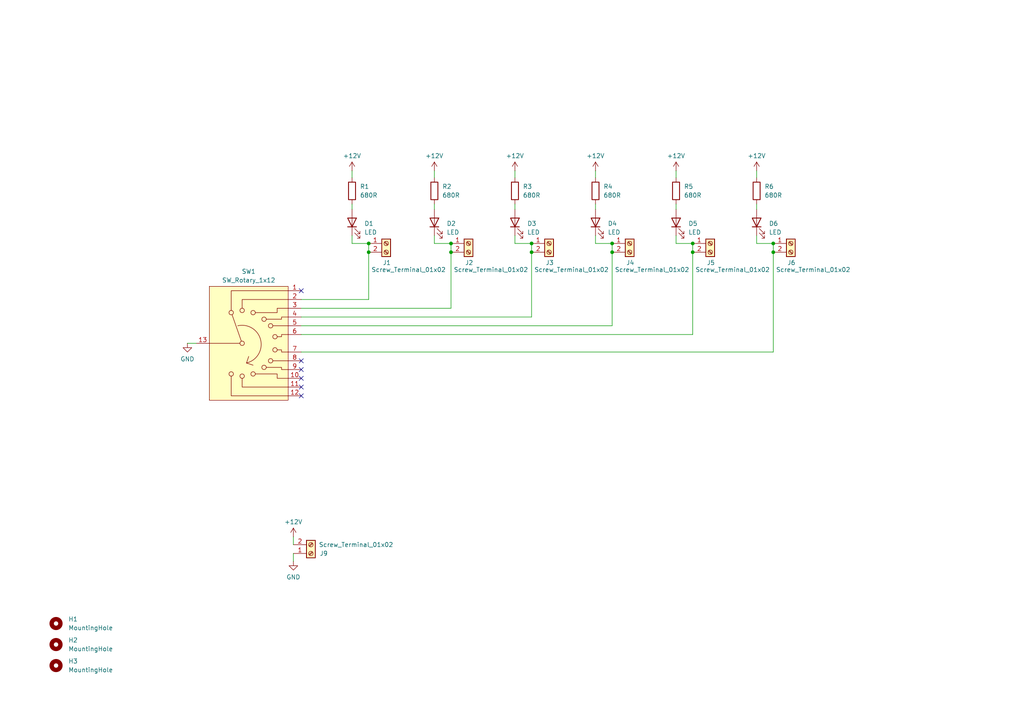
<source format=kicad_sch>
(kicad_sch (version 20250114) (generator "eeschema") (generator_version "9.0")
  (paper "A4")
  (title_block (title "Amp Switcher - 6-way Control Matrix") (date "2025-03-17") (rev "1.0") (comment 3 "SPDX-FileCopyrightText: 2025 Arnaud Ferraris <aferraris@debian.org>") (comment 4 "SPDX-License-Identifier: CERN-OHL-S-2.0+"))
  (lib_symbols
    (symbol "Connector:Screw_Terminal_01x02" (pin_names (offset 1.016) (hide yes))
      (property "Reference" "J" (at 0 2.54 0))
      (property "Value" "Screw_Terminal_01x02" (at 0 -5.08 0))
      (symbol "Screw_Terminal_01x02_1_1"
        (rectangle (start -1.27 1.27) (end 1.27 -3.81) (stroke (width 0.254)) (fill (type background)))
        (polyline (pts (xy -0.5334 0.3302) (xy 0.3302 -0.508)) (stroke (width 0.1524)))
        (polyline (pts (xy -0.5334 -2.2098) (xy 0.3302 -3.048)) (stroke (width 0.1524)))
        (polyline (pts (xy -0.3556 0.508) (xy 0.508 -0.3302)) (stroke (width 0.1524)))
        (polyline (pts (xy -0.3556 -2.032) (xy 0.508 -2.8702)) (stroke (width 0.1524)))
        (circle (center 0 0) (radius 0.635) (stroke (width 0.1524)))
        (circle (center 0 -2.54) (radius 0.635) (stroke (width 0.1524)))
        (pin passive line (at -5.08 0 0) (length 3.81) (name "Pin_1") (number "1"))
        (pin passive line (at -5.08 -2.54 0) (length 3.81) (name "Pin_2") (number "2"))
      )
    )
    (symbol "Device:LED" (pin_numbers (hide yes)) (pin_names (offset 1.016) (hide yes))
      (property "Reference" "D" (at 0 2.54 0))
      (property "Value" "LED" (at 0 -2.54 0))
      (symbol "LED_0_1"
        (polyline (pts (xy -3.048 -0.762) (xy -4.572 -2.286) (xy -3.81 -2.286) (xy -4.572 -2.286) (xy -4.572 -1.524)))
        (polyline (pts (xy -1.778 -0.762) (xy -3.302 -2.286) (xy -2.54 -2.286) (xy -3.302 -2.286) (xy -3.302 -1.524)))
        (polyline (pts (xy -1.27 0) (xy 1.27 0)))
        (polyline (pts (xy -1.27 -1.27) (xy -1.27 1.27)) (stroke (width 0.254)))
        (polyline (pts (xy 1.27 -1.27) (xy 1.27 1.27) (xy -1.27 0) (xy 1.27 -1.27)) (stroke (width 0.254)))
      )
      (symbol "LED_1_1"
        (pin passive line (at -3.81 0 0) (length 2.54) (name "K") (number "1"))
        (pin passive line (at 3.81 0 180) (length 2.54) (name "A") (number "2"))
      )
    )
    (symbol "Device:R" (pin_numbers (hide yes)) (pin_names (offset 0))
      (property "Reference" "R" (at 2.032 0 90))
      (property "Value" "R" (at 0 0 90))
      (symbol "R_0_1"
        (rectangle (start -1.016 -2.54) (end 1.016 2.54) (stroke (width 0.254)))
      )
      (symbol "R_1_1"
        (pin passive line (at 0 3.81 270) (length 1.27) (name "~") (number "1"))
        (pin passive line (at 0 -3.81 90) (length 1.27) (name "~") (number "2"))
      )
    )
    (symbol "Mechanical:MountingHole" (pin_names (offset 1.016)) (exclude_from_sim yes) (in_bom no)
      (property "Reference" "H" (at 0 5.08 0))
      (property "Value" "MountingHole" (at 0 3.175 0))
      (symbol "MountingHole_0_1"
        (circle (center 0 0) (radius 1.27) (stroke (width 1.27)))
      )
    )
    (symbol "Switch:SW_Rotary_1x12" (pin_names (offset 1.016) (hide yes))
      (property "Reference" "SW" (at 0 17.78 0))
      (property "Value" "SW_Rotary_1x12" (at 0 -17.78 0))
      (symbol "SW_Rotary_1x12_0_0"
        (polyline (pts (xy -5.08 9.525) (xy -5.08 15.24) (xy 11.43 15.24)))
        (circle (center -5.08 8.89) (radius 0.635))
        (circle (center -5.08 -8.89) (radius 0.635))
        (polyline (pts (xy -5.08 -9.525) (xy -5.08 -15.24) (xy 11.43 -15.24)))
        (polyline (pts (xy -2.1336 0.6096) (xy -4.826 8.2804)))
        (arc (start -3.175 5.08) (mid 3.4777 0.949) (end -0.635 -5.715))
        (polyline (pts (xy -1.905 10.16) (xy -1.905 12.7) (xy 11.43 12.7)))
        (circle (center -1.905 9.525) (radius 0.635))
        (circle (center -1.905 0) (radius 0.635))
        (circle (center -1.905 -9.525) (radius 0.635))
        (polyline (pts (xy -1.905 -10.16) (xy -1.905 -12.7) (xy 11.43 -12.7)))
        (polyline (pts (xy -0.635 -5.715) (xy 0 -3.81)))
        (polyline (pts (xy -0.635 -5.715) (xy 1.27 -6.35)))
        (circle (center 1.27 8.89) (radius 0.635))
        (circle (center 1.27 -8.89) (radius 0.635))
        (polyline (pts (xy 1.905 8.89) (xy 8.255 8.89) (xy 8.255 10.16) (xy 11.43 10.16)))
        (polyline (pts (xy 1.905 -8.89) (xy 8.255 -8.89) (xy 8.255 -10.16) (xy 11.43 -10.16)))
        (circle (center 4.445 6.985) (radius 0.635))
        (circle (center 4.445 -6.985) (radius 0.635))
        (polyline (pts (xy 5.08 6.985) (xy 9.525 6.985) (xy 9.525 7.62) (xy 11.43 7.62)))
        (polyline (pts (xy 5.08 -6.985) (xy 9.525 -6.985) (xy 9.525 -7.62) (xy 11.43 -7.62)))
        (circle (center 6.35 5.08) (radius 0.635))
        (circle (center 6.35 -5.08) (radius 0.635))
        (polyline (pts (xy 6.985 5.08) (xy 11.43 5.08)))
        (polyline (pts (xy 6.985 -5.08) (xy 11.43 -5.08)))
        (circle (center 7.62 1.905) (radius 0.635))
        (circle (center 7.62 -1.905) (radius 0.635))
        (polyline (pts (xy 8.255 1.905) (xy 9.525 1.905) (xy 9.525 2.54) (xy 11.43 2.54)))
        (polyline (pts (xy 8.255 -1.905) (xy 9.525 -1.905) (xy 9.525 -2.54) (xy 11.43 -2.54)))
      )
      (symbol "SW_Rotary_1x12_1_1"
        (rectangle (start -11.43 16.51) (end 11.43 -16.51) (fill (type background)))
        (polyline (pts (xy -11.43 0) (xy -2.54 0)))
        (pin passive line (at -15.24 0 0) (length 3.81) (name "13") (number "13"))
        (pin passive line (at 15.24 15.24 180) (length 3.81) (name "1") (number "1"))
        (pin passive line (at 15.24 12.7 180) (length 3.81) (name "2") (number "2"))
        (pin passive line (at 15.24 10.16 180) (length 3.81) (name "3") (number "3"))
        (pin passive line (at 15.24 7.62 180) (length 3.81) (name "4") (number "4"))
        (pin passive line (at 15.24 5.08 180) (length 3.81) (name "5") (number "5"))
        (pin passive line (at 15.24 2.54 180) (length 3.81) (name "6") (number "6"))
        (pin passive line (at 15.24 -2.54 180) (length 3.81) (name "7") (number "7"))
        (pin passive line (at 15.24 -5.08 180) (length 3.81) (name "8") (number "8"))
        (pin passive line (at 15.24 -7.62 180) (length 3.81) (name "9") (number "9"))
        (pin passive line (at 15.24 -10.16 180) (length 3.81) (name "10") (number "10"))
        (pin passive line (at 15.24 -12.7 180) (length 3.81) (name "11") (number "11"))
        (pin passive line (at 15.24 -15.24 180) (length 3.81) (name "12") (number "12"))
      )
    )
    (symbol "power:+12V" (power) (pin_numbers (hide yes)) (pin_names (offset 0) (hide yes))
      (property "Value" "+12V" (at 0 3.556 0))
      (symbol "+12V_0_1"
        (polyline (pts (xy -0.762 1.27) (xy 0 2.54)))
        (polyline (pts (xy 0 2.54) (xy 0.762 1.27)))
        (polyline (pts (xy 0 0) (xy 0 2.54)))
      )
      (symbol "+12V_1_1"
        (pin power_in line (at 0 0 90) (length 0) (name "~") (number "1"))
      )
    )
    (symbol "power:GND" (power) (pin_numbers (hide yes)) (pin_names (offset 0) (hide yes))
      (property "Value" "GND" (at 0 -3.81 0))
      (symbol "GND_0_1"
        (polyline (pts (xy 0 0) (xy 0 -1.27) (xy 1.27 -1.27) (xy 0 -2.54) (xy -1.27 -1.27) (xy 0 -1.27)))
      )
      (symbol "GND_1_1"
        (pin power_in line (at 0 0 270) (length 0) (name "~") (number "1"))
      )
    )
  )
  (junction (at 224.282 73.152))
  (junction (at 130.81 70.612))
  (junction (at 177.546 73.152))
  (junction (at 200.914 70.612))
  (junction (at 106.934 70.612))
  (junction (at 130.81 73.152))
  (junction (at 177.546 70.612))
  (junction (at 154.178 70.612))
  (junction (at 106.934 73.152))
  (junction (at 224.282 70.612))
  (junction (at 200.914 73.152))
  (junction (at 154.178 73.152))
  (no_connect (at 87.376 107.188))
  (no_connect (at 87.376 112.268))
  (no_connect (at 87.376 114.808))
  (no_connect (at 87.376 84.328))
  (no_connect (at 87.376 109.728))
  (no_connect (at 87.376 104.648))
  (wire (pts (xy 172.72 49.53) (xy 172.72 51.562)))
  (wire (pts (xy 102.108 49.53) (xy 102.108 51.562)))
  (wire (pts (xy 224.282 70.612) (xy 224.282 73.152)))
  (wire (pts (xy 172.72 68.326) (xy 172.72 70.612)))
  (wire (pts (xy 219.456 68.326) (xy 219.456 70.612)))
  (wire (pts (xy 85.09 160.528) (xy 85.09 162.814)))
  (wire (pts (xy 87.376 97.028) (xy 200.914 97.028)))
  (wire (pts (xy 130.81 70.612) (xy 130.81 73.152)))
  (wire (pts (xy 87.376 102.108) (xy 224.282 102.108)))
  (wire (pts (xy 149.352 70.612) (xy 154.178 70.612)))
  (wire (pts (xy 196.088 59.182) (xy 196.088 60.706)))
  (wire (pts (xy 149.352 59.182) (xy 149.352 60.706)))
  (wire (pts (xy 87.376 89.408) (xy 130.81 89.408)))
  (wire (pts (xy 106.934 86.868) (xy 106.934 73.152)))
  (wire (pts (xy 125.984 70.612) (xy 130.81 70.612)))
  (wire (pts (xy 172.72 59.182) (xy 172.72 60.706)))
  (wire (pts (xy 125.984 59.182) (xy 125.984 60.706)))
  (wire (pts (xy 177.546 70.612) (xy 177.546 73.152)))
  (wire (pts (xy 87.376 91.948) (xy 154.178 91.948)))
  (wire (pts (xy 102.108 70.612) (xy 106.934 70.612)))
  (wire (pts (xy 219.456 59.182) (xy 219.456 60.706)))
  (wire (pts (xy 87.376 94.488) (xy 177.546 94.488)))
  (wire (pts (xy 125.984 49.53) (xy 125.984 51.562)))
  (wire (pts (xy 172.72 70.612) (xy 177.546 70.612)))
  (wire (pts (xy 154.178 70.612) (xy 154.178 73.152)))
  (wire (pts (xy 106.934 70.612) (xy 106.934 73.152)))
  (wire (pts (xy 102.108 68.326) (xy 102.108 70.612)))
  (wire (pts (xy 149.352 68.326) (xy 149.352 70.612)))
  (wire (pts (xy 87.376 86.868) (xy 106.934 86.868)))
  (wire (pts (xy 224.282 102.108) (xy 224.282 73.152)))
  (wire (pts (xy 154.178 91.948) (xy 154.178 73.152)))
  (wire (pts (xy 177.546 94.488) (xy 177.546 73.152)))
  (wire (pts (xy 149.352 49.53) (xy 149.352 51.562)))
  (wire (pts (xy 196.088 49.53) (xy 196.088 51.562)))
  (wire (pts (xy 219.456 49.53) (xy 219.456 51.562)))
  (wire (pts (xy 125.984 68.326) (xy 125.984 70.612)))
  (wire (pts (xy 102.108 59.182) (xy 102.108 60.706)))
  (wire (pts (xy 200.914 70.612) (xy 200.914 73.152)))
  (wire (pts (xy 196.088 68.326) (xy 196.088 70.612)))
  (wire (pts (xy 219.456 70.612) (xy 224.282 70.612)))
  (wire (pts (xy 130.81 89.408) (xy 130.81 73.152)))
  (wire (pts (xy 54.356 99.568) (xy 56.896 99.568)))
  (wire (pts (xy 200.914 97.028) (xy 200.914 73.152)))
  (wire (pts (xy 85.09 155.702) (xy 85.09 157.988)))
  (wire (pts (xy 196.088 70.612) (xy 200.914 70.612)))
  (symbol (lib_id "Connector:Screw_Terminal_01x02") (at 90.17 160.528 0) (mirror x) (unit 1)
    (property "Reference" "J9" (at 92.71 160.528 0) (effects (justify left)))
    (property "Value" "Screw_Terminal_01x02" (at 92.456 157.988 0) (effects (justify left)))
    (property "Footprint" "TerminalBlock:TerminalBlock_bornier-2_P5.08mm" (effects (hide yes)))
    (property "Description" "Generic screw terminal, single row, 01x02, script generated (kicad-library-utils/schlib/autogen/connector/)" (effects (hide yes)))
  )
  (symbol (lib_id "Mechanical:MountingHole") (at 16.256 193.04 0) (unit 1) (exclude_from_sim yes) (in_bom no)
    (property "Reference" "H3" (at 19.812 191.7699 0) (effects (justify left)))
    (property "Value" "MountingHole" (at 19.812 194.3099 0) (effects (justify left)))
    (property "Footprint" "MountingHole:MountingHole_3.2mm_M3" (effects (hide yes)))
    (property "Description" "Mounting Hole without connection" (effects (hide yes)))
  )
  (symbol (lib_id "Connector:Screw_Terminal_01x02") (at 112.014 70.612 0) (unit 1)
    (property "Reference" "J1" (at 110.998 76.2 0) (effects (justify left)))
    (property "Value" "Screw_Terminal_01x02" (at 107.696 78.232 0) (effects (justify left)))
    (property "Footprint" "TerminalBlock:TerminalBlock_bornier-2_P5.08mm" (effects (hide yes)))
    (property "Description" "Generic screw terminal, single row, 01x02, script generated (kicad-library-utils/schlib/autogen/connector/)" (effects (hide yes)))
  )
  (symbol (lib_id "Device:R") (at 219.456 55.372 0) (unit 1)
    (property "Reference" "R6" (at 221.742 54.1019 0) (effects (justify left)))
    (property "Value" "680R" (at 221.742 56.6419 0) (effects (justify left)))
    (property "Footprint" "Resistor_THT:R_Axial_DIN0207_L6.3mm_D2.5mm_P7.62mm_Horizontal" (effects (hide yes)))
    (property "Description" "Resistor" (effects (hide yes)))
  )
  (symbol (lib_id "power:+12V") (at 149.352 49.53 0) (unit 1)
    (property "Reference" "#PWR04" (effects (hide yes)))
    (property "Value" "+12V" (at 149.352 45.212 0))
    (property "Description" "Power symbol creates a global label with name \"+12V\"" (effects (hide yes)))
  )
  (symbol (lib_id "Switch:SW_Rotary_1x12") (at 72.136 99.568 0) (unit 1)
    (property "Reference" "SW1" (at 72.136 78.74 0))
    (property "Value" "SW_Rotary_1x12" (at 72.136 81.28 0))
    (property "Footprint" "Personal_Footprints:CK1059" (effects (hide yes)))
    (property "Datasheet" "http://cdn-reichelt.de/documents/datenblatt/C200/DS-Serie%23LOR.pdf" (effects (hide yes)))
    (property "Description" "rotary switch with 12 positions" (effects (hide yes)))
  )
  (symbol (lib_id "Connector:Screw_Terminal_01x02") (at 135.89 70.612 0) (unit 1)
    (property "Reference" "J2" (at 134.874 76.2 0) (effects (justify left)))
    (property "Value" "Screw_Terminal_01x02" (at 131.572 78.232 0) (effects (justify left)))
    (property "Footprint" "TerminalBlock:TerminalBlock_bornier-2_P5.08mm" (effects (hide yes)))
    (property "Description" "Generic screw terminal, single row, 01x02, script generated (kicad-library-utils/schlib/autogen/connector/)" (effects (hide yes)))
  )
  (symbol (lib_id "power:GND") (at 54.356 99.568 0) (unit 1)
    (property "Reference" "#PWR02" (effects (hide yes)))
    (property "Value" "GND" (at 54.356 104.14 0))
    (property "Description" "Power symbol creates a global label with name \"GND\" , ground" (effects (hide yes)))
  )
  (symbol (lib_id "power:+12V") (at 196.088 49.53 0) (unit 1)
    (property "Reference" "#PWR06" (effects (hide yes)))
    (property "Value" "+12V" (at 196.088 45.212 0))
    (property "Description" "Power symbol creates a global label with name \"+12V\"" (effects (hide yes)))
  )
  (symbol (lib_id "Device:R") (at 172.72 55.372 0) (unit 1)
    (property "Reference" "R4" (at 175.006 54.1019 0) (effects (justify left)))
    (property "Value" "680R" (at 175.006 56.6419 0) (effects (justify left)))
    (property "Footprint" "Resistor_THT:R_Axial_DIN0207_L6.3mm_D2.5mm_P7.62mm_Horizontal" (effects (hide yes)))
    (property "Description" "Resistor" (effects (hide yes)))
  )
  (symbol (lib_id "Connector:Screw_Terminal_01x02") (at 159.258 70.612 0) (unit 1)
    (property "Reference" "J3" (at 158.242 76.2 0) (effects (justify left)))
    (property "Value" "Screw_Terminal_01x02" (at 154.94 78.232 0) (effects (justify left)))
    (property "Footprint" "TerminalBlock:TerminalBlock_bornier-2_P5.08mm" (effects (hide yes)))
    (property "Description" "Generic screw terminal, single row, 01x02, script generated (kicad-library-utils/schlib/autogen/connector/)" (effects (hide yes)))
  )
  (symbol (lib_id "Device:LED") (at 125.984 64.516 90) (unit 1)
    (property "Reference" "D2" (at 129.54 64.8334 90) (effects (justify right)))
    (property "Value" "LED" (at 129.54 67.3734 90) (effects (justify right)))
    (property "Footprint" "LED_THT:LED_D3.0mm" (effects (hide yes)))
    (property "Description" "Light emitting diode" (effects (hide yes)))
    (property "Sim.Pins" "1=K 2=A" (effects (hide yes)))
  )
  (symbol (lib_id "power:+12V") (at 219.456 49.53 0) (unit 1)
    (property "Reference" "#PWR07" (effects (hide yes)))
    (property "Value" "+12V" (at 219.456 45.212 0))
    (property "Description" "Power symbol creates a global label with name \"+12V\"" (effects (hide yes)))
  )
  (symbol (lib_id "Connector:Screw_Terminal_01x02") (at 229.362 70.612 0) (unit 1)
    (property "Reference" "J6" (at 228.346 76.2 0) (effects (justify left)))
    (property "Value" "Screw_Terminal_01x02" (at 225.044 78.232 0) (effects (justify left)))
    (property "Footprint" "TerminalBlock:TerminalBlock_bornier-2_P5.08mm" (effects (hide yes)))
    (property "Description" "Generic screw terminal, single row, 01x02, script generated (kicad-library-utils/schlib/autogen/connector/)" (effects (hide yes)))
  )
  (symbol (lib_id "power:+12V") (at 102.108 49.53 0) (unit 1)
    (property "Reference" "#PWR01" (effects (hide yes)))
    (property "Value" "+12V" (at 102.108 45.212 0))
    (property "Description" "Power symbol creates a global label with name \"+12V\"" (effects (hide yes)))
  )
  (symbol (lib_id "power:+12V") (at 85.09 155.702 0) (unit 1)
    (property "Reference" "#PWR010" (effects (hide yes)))
    (property "Value" "+12V" (at 85.09 151.384 0))
    (property "Description" "Power symbol creates a global label with name \"+12V\"" (effects (hide yes)))
  )
  (symbol (lib_id "Device:LED") (at 102.108 64.516 90) (unit 1)
    (property "Reference" "D1" (at 105.664 64.8334 90) (effects (justify right)))
    (property "Value" "LED" (at 105.664 67.3734 90) (effects (justify right)))
    (property "Footprint" "LED_THT:LED_D3.0mm" (effects (hide yes)))
    (property "Description" "Light emitting diode" (effects (hide yes)))
    (property "Sim.Pins" "1=K 2=A" (effects (hide yes)))
  )
  (symbol (lib_id "Device:LED") (at 172.72 64.516 90) (unit 1)
    (property "Reference" "D4" (at 176.276 64.8334 90) (effects (justify right)))
    (property "Value" "LED" (at 176.276 67.3734 90) (effects (justify right)))
    (property "Footprint" "LED_THT:LED_D3.0mm" (effects (hide yes)))
    (property "Description" "Light emitting diode" (effects (hide yes)))
    (property "Sim.Pins" "1=K 2=A" (effects (hide yes)))
  )
  (symbol (lib_id "power:GND") (at 85.09 162.814 0) (unit 1)
    (property "Reference" "#PWR011" (effects (hide yes)))
    (property "Value" "GND" (at 85.09 167.386 0))
    (property "Description" "Power symbol creates a global label with name \"GND\" , ground" (effects (hide yes)))
  )
  (symbol (lib_id "Connector:Screw_Terminal_01x02") (at 182.626 70.612 0) (unit 1)
    (property "Reference" "J4" (at 181.61 76.2 0) (effects (justify left)))
    (property "Value" "Screw_Terminal_01x02" (at 178.308 78.232 0) (effects (justify left)))
    (property "Footprint" "TerminalBlock:TerminalBlock_bornier-2_P5.08mm" (effects (hide yes)))
    (property "Description" "Generic screw terminal, single row, 01x02, script generated (kicad-library-utils/schlib/autogen/connector/)" (effects (hide yes)))
  )
  (symbol (lib_id "Device:R") (at 102.108 55.372 0) (unit 1)
    (property "Reference" "R1" (at 104.394 54.1019 0) (effects (justify left)))
    (property "Value" "680R" (at 104.394 56.6419 0) (effects (justify left)))
    (property "Footprint" "Resistor_THT:R_Axial_DIN0207_L6.3mm_D2.5mm_P7.62mm_Horizontal" (effects (hide yes)))
    (property "Description" "Resistor" (effects (hide yes)))
  )
  (symbol (lib_id "Device:R") (at 125.984 55.372 0) (unit 1)
    (property "Reference" "R2" (at 128.27 54.1019 0) (effects (justify left)))
    (property "Value" "680R" (at 128.27 56.6419 0) (effects (justify left)))
    (property "Footprint" "Resistor_THT:R_Axial_DIN0207_L6.3mm_D2.5mm_P7.62mm_Horizontal" (effects (hide yes)))
    (property "Description" "Resistor" (effects (hide yes)))
  )
  (symbol (lib_id "Device:LED") (at 149.352 64.516 90) (unit 1)
    (property "Reference" "D3" (at 152.908 64.8334 90) (effects (justify right)))
    (property "Value" "LED" (at 152.908 67.3734 90) (effects (justify right)))
    (property "Footprint" "LED_THT:LED_D3.0mm" (effects (hide yes)))
    (property "Description" "Light emitting diode" (effects (hide yes)))
    (property "Sim.Pins" "1=K 2=A" (effects (hide yes)))
  )
  (symbol (lib_id "power:+12V") (at 125.984 49.53 0) (unit 1)
    (property "Reference" "#PWR03" (effects (hide yes)))
    (property "Value" "+12V" (at 125.984 45.212 0))
    (property "Description" "Power symbol creates a global label with name \"+12V\"" (effects (hide yes)))
  )
  (symbol (lib_id "power:+12V") (at 172.72 49.53 0) (unit 1)
    (property "Reference" "#PWR05" (effects (hide yes)))
    (property "Value" "+12V" (at 172.72 45.212 0))
    (property "Description" "Power symbol creates a global label with name \"+12V\"" (effects (hide yes)))
  )
  (symbol (lib_id "Device:R") (at 149.352 55.372 0) (unit 1)
    (property "Reference" "R3" (at 151.638 54.1019 0) (effects (justify left)))
    (property "Value" "680R" (at 151.638 56.6419 0) (effects (justify left)))
    (property "Footprint" "Resistor_THT:R_Axial_DIN0207_L6.3mm_D2.5mm_P7.62mm_Horizontal" (effects (hide yes)))
    (property "Description" "Resistor" (effects (hide yes)))
  )
  (symbol (lib_id "Mechanical:MountingHole") (at 16.256 186.944 0) (unit 1) (exclude_from_sim yes) (in_bom no)
    (property "Reference" "H2" (at 19.812 185.6739 0) (effects (justify left)))
    (property "Value" "MountingHole" (at 19.812 188.2139 0) (effects (justify left)))
    (property "Footprint" "MountingHole:MountingHole_3.2mm_M3" (effects (hide yes)))
    (property "Description" "Mounting Hole without connection" (effects (hide yes)))
  )
  (symbol (lib_id "Connector:Screw_Terminal_01x02") (at 205.994 70.612 0) (unit 1)
    (property "Reference" "J5" (at 204.978 76.2 0) (effects (justify left)))
    (property "Value" "Screw_Terminal_01x02" (at 201.676 78.232 0) (effects (justify left)))
    (property "Footprint" "TerminalBlock:TerminalBlock_bornier-2_P5.08mm" (effects (hide yes)))
    (property "Description" "Generic screw terminal, single row, 01x02, script generated (kicad-library-utils/schlib/autogen/connector/)" (effects (hide yes)))
  )
  (symbol (lib_id "Mechanical:MountingHole") (at 16.256 180.848 0) (unit 1) (exclude_from_sim yes) (in_bom no)
    (property "Reference" "H1" (at 19.812 179.5779 0) (effects (justify left)))
    (property "Value" "MountingHole" (at 19.812 182.1179 0) (effects (justify left)))
    (property "Footprint" "MountingHole:MountingHole_3.2mm_M3" (effects (hide yes)))
    (property "Description" "Mounting Hole without connection" (effects (hide yes)))
  )
  (symbol (lib_id "Device:LED") (at 219.456 64.516 90) (unit 1)
    (property "Reference" "D6" (at 223.012 64.8334 90) (effects (justify right)))
    (property "Value" "LED" (at 223.012 67.3734 90) (effects (justify right)))
    (property "Footprint" "LED_THT:LED_D3.0mm" (effects (hide yes)))
    (property "Description" "Light emitting diode" (effects (hide yes)))
    (property "Sim.Pins" "1=K 2=A" (effects (hide yes)))
  )
  (symbol (lib_id "Device:LED") (at 196.088 64.516 90) (unit 1)
    (property "Reference" "D5" (at 199.644 64.8334 90) (effects (justify right)))
    (property "Value" "LED" (at 199.644 67.3734 90) (effects (justify right)))
    (property "Footprint" "LED_THT:LED_D3.0mm" (effects (hide yes)))
    (property "Description" "Light emitting diode" (effects (hide yes)))
    (property "Sim.Pins" "1=K 2=A" (effects (hide yes)))
  )
  (symbol (lib_id "Device:R") (at 196.088 55.372 0) (unit 1)
    (property "Reference" "R5" (at 198.374 54.1019 0) (effects (justify left)))
    (property "Value" "680R" (at 198.374 56.6419 0) (effects (justify left)))
    (property "Footprint" "Resistor_THT:R_Axial_DIN0207_L6.3mm_D2.5mm_P7.62mm_Horizontal" (effects (hide yes)))
    (property "Description" "Resistor" (effects (hide yes)))
  )
)
</source>
